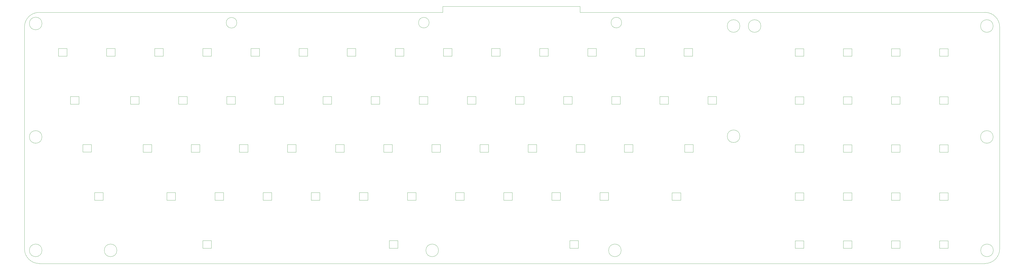
<source format=gbr>
%TF.GenerationSoftware,KiCad,Pcbnew,9.0.4*%
%TF.CreationDate,2025-10-14T21:42:09+02:00*%
%TF.ProjectId,petkn,7065746b-6e2e-46b6-9963-61645f706362,rev?*%
%TF.SameCoordinates,Original*%
%TF.FileFunction,Profile,NP*%
%FSLAX46Y46*%
G04 Gerber Fmt 4.6, Leading zero omitted, Abs format (unit mm)*
G04 Created by KiCad (PCBNEW 9.0.4) date 2025-10-14 21:42:09*
%MOMM*%
%LPD*%
G01*
G04 APERTURE LIST*
%TA.AperFunction,Profile*%
%ADD10C,0.050000*%
%TD*%
G04 APERTURE END LIST*
D10*
X253515500Y-143000000D02*
G75*
G02*
X248515500Y-143000000I-2500000J0D01*
G01*
X248515500Y-143000000D02*
G75*
G02*
X253515500Y-143000000I2500000J0D01*
G01*
X24217000Y-143000000D02*
G75*
G02*
X19217000Y-143000000I-2500000J0D01*
G01*
X19217000Y-143000000D02*
G75*
G02*
X24217000Y-143000000I2500000J0D01*
G01*
X400772000Y-54000000D02*
G75*
G02*
X395772000Y-54000000I-2500000J0D01*
G01*
X395772000Y-54000000D02*
G75*
G02*
X400772000Y-54000000I2500000J0D01*
G01*
X23114000Y-148209000D02*
G75*
G02*
X17272000Y-142367000I0J5842000D01*
G01*
X397510000Y-48577500D02*
G75*
G02*
X403352000Y-54419500I0J-5842000D01*
G01*
X308824000Y-54000000D02*
G75*
G02*
X303824000Y-54000000I-2500000J0D01*
G01*
X303824000Y-54000000D02*
G75*
G02*
X308824000Y-54000000I2500000J0D01*
G01*
X403352000Y-142367000D02*
G75*
G02*
X397510000Y-148209000I-5842000J0D01*
G01*
X53871500Y-143000000D02*
G75*
G02*
X48871500Y-143000000I-2500000J0D01*
G01*
X48871500Y-143000000D02*
G75*
G02*
X53871500Y-143000000I2500000J0D01*
G01*
X17272000Y-54419500D02*
G75*
G02*
X23114000Y-48577500I5842000J0D01*
G01*
X181189000Y-143000000D02*
G75*
G02*
X176189000Y-143000000I-2500000J0D01*
G01*
X176189000Y-143000000D02*
G75*
G02*
X181189000Y-143000000I2500000J0D01*
G01*
X400835500Y-143000000D02*
G75*
G02*
X395835500Y-143000000I-2500000J0D01*
G01*
X395835500Y-143000000D02*
G75*
G02*
X400835500Y-143000000I2500000J0D01*
G01*
X23114000Y-148209000D02*
X397510000Y-148209000D01*
X400772000Y-98000000D02*
G75*
G02*
X395772000Y-98000000I-2500000J0D01*
G01*
X395772000Y-98000000D02*
G75*
G02*
X400772000Y-98000000I2500000J0D01*
G01*
X24217000Y-53000000D02*
G75*
G02*
X19217000Y-53000000I-2500000J0D01*
G01*
X19217000Y-53000000D02*
G75*
G02*
X24217000Y-53000000I2500000J0D01*
G01*
X24217000Y-98000000D02*
G75*
G02*
X19217000Y-98000000I-2500000J0D01*
G01*
X19217000Y-98000000D02*
G75*
G02*
X24217000Y-98000000I2500000J0D01*
G01*
X23114000Y-48577500D02*
X182880000Y-48577500D01*
X403352000Y-54419500D02*
X403352000Y-142367000D01*
X17272000Y-54419500D02*
X17272000Y-142367000D01*
X300500000Y-97726500D02*
G75*
G02*
X295500000Y-97726500I-2500000J0D01*
G01*
X295500000Y-97726500D02*
G75*
G02*
X300500000Y-97726500I2500000J0D01*
G01*
X300500000Y-54000000D02*
G75*
G02*
X295500000Y-54000000I-2500000J0D01*
G01*
X295500000Y-54000000D02*
G75*
G02*
X300500000Y-54000000I2500000J0D01*
G01*
X177482853Y-52666500D02*
G75*
G02*
X173280147Y-52666500I-2101353J0D01*
G01*
X173280147Y-52666500D02*
G75*
G02*
X177482853Y-52666500I2101353J0D01*
G01*
X101351853Y-52705000D02*
G75*
G02*
X97149147Y-52705000I-2101353J0D01*
G01*
X97149147Y-52705000D02*
G75*
G02*
X101351853Y-52705000I2101353J0D01*
G01*
X182880000Y-48577500D02*
X182880000Y-46228000D01*
X237236000Y-48564800D02*
X397510000Y-48577500D01*
X182880000Y-46228000D02*
X237236000Y-46228000D01*
X253688353Y-52641500D02*
G75*
G02*
X249485647Y-52641500I-2101353J0D01*
G01*
X249485647Y-52641500D02*
G75*
G02*
X253688353Y-52641500I2101353J0D01*
G01*
X237236000Y-46228000D02*
X237236000Y-48564800D01*
%TO.C,SW5*%
X268793800Y-81990500D02*
X272193800Y-81990500D01*
X268793800Y-84990500D02*
X268793800Y-81990500D01*
X272193800Y-81990500D02*
X272193800Y-84990500D01*
X272193800Y-84990500D02*
X268793800Y-84990500D01*
%TO.C,SW11*%
X273657800Y-120105500D02*
X277057800Y-120105500D01*
X273657800Y-123105500D02*
X273657800Y-120105500D01*
X277057800Y-120105500D02*
X277057800Y-123105500D01*
X277057800Y-123105500D02*
X273657800Y-123105500D01*
%TO.C,SW12*%
X287843800Y-81990500D02*
X291243800Y-81990500D01*
X287843800Y-84990500D02*
X287843800Y-81990500D01*
X291243800Y-81990500D02*
X291243800Y-84990500D01*
X291243800Y-84990500D02*
X287843800Y-84990500D01*
%TO.C,SW14*%
X278318800Y-62940500D02*
X281718800Y-62940500D01*
X278318800Y-65940500D02*
X278318800Y-62940500D01*
X281718800Y-62940500D02*
X281718800Y-65940500D01*
X281718800Y-65940500D02*
X278318800Y-65940500D01*
%TO.C,SW15*%
X30668800Y-62940500D02*
X34068800Y-62940500D01*
X30668800Y-65940500D02*
X30668800Y-62940500D01*
X34068800Y-62940500D02*
X34068800Y-65940500D01*
X34068800Y-65940500D02*
X30668800Y-65940500D01*
%TO.C,SW20*%
X245044800Y-120090500D02*
X248444800Y-120090500D01*
X245044800Y-123090500D02*
X245044800Y-120090500D01*
X248444800Y-120090500D02*
X248444800Y-123090500D01*
X248444800Y-123090500D02*
X245044800Y-123090500D01*
%TO.C,SW21*%
X206944800Y-120090500D02*
X210344800Y-120090500D01*
X206944800Y-123090500D02*
X206944800Y-120090500D01*
X210344800Y-120090500D02*
X210344800Y-123090500D01*
X210344800Y-123090500D02*
X206944800Y-123090500D01*
%TO.C,SW22*%
X168844800Y-120090500D02*
X172244800Y-120090500D01*
X168844800Y-123090500D02*
X168844800Y-120090500D01*
X172244800Y-120090500D02*
X172244800Y-123090500D01*
X172244800Y-123090500D02*
X168844800Y-123090500D01*
%TO.C,SW23*%
X130744800Y-120090500D02*
X134144800Y-120090500D01*
X130744800Y-123090500D02*
X130744800Y-120090500D01*
X134144800Y-120090500D02*
X134144800Y-123090500D01*
X134144800Y-123090500D02*
X130744800Y-123090500D01*
%TO.C,SW24*%
X92644800Y-120090500D02*
X96044800Y-120090500D01*
X92644800Y-123090500D02*
X92644800Y-120090500D01*
X96044800Y-120090500D02*
X96044800Y-123090500D01*
X96044800Y-123090500D02*
X92644800Y-123090500D01*
%TO.C,SW27*%
X278572800Y-101040500D02*
X281972800Y-101040500D01*
X278572800Y-104040500D02*
X278572800Y-101040500D01*
X281972800Y-101040500D02*
X281972800Y-104040500D01*
X281972800Y-104040500D02*
X278572800Y-104040500D01*
%TO.C,SW28*%
X225994800Y-120090500D02*
X229394800Y-120090500D01*
X225994800Y-123090500D02*
X225994800Y-120090500D01*
X229394800Y-120090500D02*
X229394800Y-123090500D01*
X229394800Y-123090500D02*
X225994800Y-123090500D01*
%TO.C,SW29*%
X187894800Y-120090500D02*
X191294800Y-120090500D01*
X187894800Y-123090500D02*
X187894800Y-120090500D01*
X191294800Y-120090500D02*
X191294800Y-123090500D01*
X191294800Y-123090500D02*
X187894800Y-123090500D01*
%TO.C,SW30*%
X149794800Y-120090500D02*
X153194800Y-120090500D01*
X149794800Y-123090500D02*
X149794800Y-120090500D01*
X153194800Y-120090500D02*
X153194800Y-123090500D01*
X153194800Y-123090500D02*
X149794800Y-123090500D01*
%TO.C,SW32*%
X73594800Y-120090500D02*
X76994800Y-120090500D01*
X73594800Y-123090500D02*
X73594800Y-120090500D01*
X76994800Y-120090500D02*
X76994800Y-123090500D01*
X76994800Y-123090500D02*
X73594800Y-123090500D01*
%TO.C,SW36*%
X235646800Y-101040500D02*
X239046800Y-101040500D01*
X235646800Y-104040500D02*
X235646800Y-101040500D01*
X239046800Y-101040500D02*
X239046800Y-104040500D01*
X239046800Y-104040500D02*
X235646800Y-104040500D01*
%TO.C,SW40*%
X83246800Y-101040500D02*
X86646800Y-101040500D01*
X83246800Y-104040500D02*
X83246800Y-101040500D01*
X86646800Y-101040500D02*
X86646800Y-104040500D01*
X86646800Y-104040500D02*
X83246800Y-104040500D01*
%TO.C,SW44*%
X216596800Y-101040500D02*
X219996800Y-101040500D01*
X216596800Y-104040500D02*
X216596800Y-101040500D01*
X219996800Y-101040500D02*
X219996800Y-104040500D01*
X219996800Y-104040500D02*
X216596800Y-104040500D01*
%TO.C,SW47*%
X102296800Y-101040500D02*
X105696800Y-101040500D01*
X102296800Y-104040500D02*
X102296800Y-101040500D01*
X105696800Y-101040500D02*
X105696800Y-104040500D01*
X105696800Y-104040500D02*
X102296800Y-104040500D01*
%TO.C,SW52*%
X230693800Y-81990500D02*
X234093800Y-81990500D01*
X230693800Y-84990500D02*
X230693800Y-81990500D01*
X234093800Y-81990500D02*
X234093800Y-84990500D01*
X234093800Y-84990500D02*
X230693800Y-84990500D01*
%TO.C,SW53*%
X192593800Y-81990500D02*
X195993800Y-81990500D01*
X192593800Y-84990500D02*
X192593800Y-81990500D01*
X195993800Y-81990500D02*
X195993800Y-84990500D01*
X195993800Y-84990500D02*
X192593800Y-84990500D01*
%TO.C,SW55*%
X116393800Y-81990500D02*
X119793800Y-81990500D01*
X116393800Y-84990500D02*
X116393800Y-81990500D01*
X119793800Y-81990500D02*
X119793800Y-84990500D01*
X119793800Y-84990500D02*
X116393800Y-84990500D01*
%TO.C,SW56*%
X78293800Y-81990500D02*
X81693800Y-81990500D01*
X78293800Y-84990500D02*
X78293800Y-81990500D01*
X81693800Y-81990500D02*
X81693800Y-84990500D01*
X81693800Y-84990500D02*
X78293800Y-84990500D01*
%TO.C,SW59*%
X249743800Y-81990500D02*
X253143800Y-81990500D01*
X249743800Y-84990500D02*
X249743800Y-81990500D01*
X253143800Y-81990500D02*
X253143800Y-84990500D01*
X253143800Y-84990500D02*
X249743800Y-84990500D01*
%TO.C,SW60*%
X211643800Y-81990500D02*
X215043800Y-81990500D01*
X211643800Y-84990500D02*
X211643800Y-81990500D01*
X215043800Y-81990500D02*
X215043800Y-84990500D01*
X215043800Y-84990500D02*
X211643800Y-84990500D01*
%TO.C,SW61*%
X173543800Y-81990500D02*
X176943800Y-81990500D01*
X173543800Y-84990500D02*
X173543800Y-81990500D01*
X176943800Y-81990500D02*
X176943800Y-84990500D01*
X176943800Y-84990500D02*
X173543800Y-84990500D01*
%TO.C,SW62*%
X135443800Y-81990500D02*
X138843800Y-81990500D01*
X135443800Y-84990500D02*
X135443800Y-81990500D01*
X138843800Y-81990500D02*
X138843800Y-84990500D01*
X138843800Y-84990500D02*
X135443800Y-84990500D01*
%TO.C,SW63*%
X97343800Y-81990500D02*
X100743800Y-81990500D01*
X97343800Y-84990500D02*
X97343800Y-81990500D01*
X100743800Y-81990500D02*
X100743800Y-84990500D01*
X100743800Y-84990500D02*
X97343800Y-84990500D01*
%TO.C,SW70*%
X144968800Y-62940500D02*
X148368800Y-62940500D01*
X144968800Y-65940500D02*
X144968800Y-62940500D01*
X148368800Y-62940500D02*
X148368800Y-65940500D01*
X148368800Y-65940500D02*
X144968800Y-65940500D01*
%TO.C,SW75*%
X240218800Y-62940500D02*
X243618800Y-62940500D01*
X240218800Y-65940500D02*
X240218800Y-62940500D01*
X243618800Y-62940500D02*
X243618800Y-65940500D01*
X243618800Y-65940500D02*
X240218800Y-65940500D01*
%TO.C,SW77*%
X164018800Y-62940500D02*
X167418800Y-62940500D01*
X164018800Y-65940500D02*
X164018800Y-62940500D01*
X167418800Y-62940500D02*
X167418800Y-65940500D01*
X167418800Y-65940500D02*
X164018800Y-65940500D01*
%TO.C,SW78*%
X125918800Y-62940500D02*
X129318800Y-62940500D01*
X125918800Y-65940500D02*
X125918800Y-62940500D01*
X129318800Y-62940500D02*
X129318800Y-65940500D01*
X129318800Y-65940500D02*
X125918800Y-65940500D01*
%TO.C,SW64*%
X59243800Y-81990500D02*
X62643800Y-81990500D01*
X59243800Y-84990500D02*
X59243800Y-81990500D01*
X62643800Y-81990500D02*
X62643800Y-84990500D01*
X62643800Y-84990500D02*
X59243800Y-84990500D01*
%TO.C,SW16*%
X45019800Y-120090500D02*
X48419800Y-120090500D01*
X45019800Y-123090500D02*
X45019800Y-120090500D01*
X48419800Y-120090500D02*
X48419800Y-123090500D01*
X48419800Y-123090500D02*
X45019800Y-123090500D01*
%TO.C,SW68*%
X221168800Y-62940500D02*
X224568800Y-62940500D01*
X221168800Y-65940500D02*
X221168800Y-62940500D01*
X224568800Y-62940500D02*
X224568800Y-65940500D01*
X224568800Y-65940500D02*
X221168800Y-65940500D01*
%TO.C,SW4*%
X254696800Y-101040500D02*
X258096800Y-101040500D01*
X254696800Y-104040500D02*
X254696800Y-101040500D01*
X258096800Y-101040500D02*
X258096800Y-104040500D01*
X258096800Y-104040500D02*
X254696800Y-104040500D01*
%TO.C,SW79*%
X87818800Y-62940500D02*
X91218800Y-62940500D01*
X87818800Y-65940500D02*
X87818800Y-62940500D01*
X91218800Y-62940500D02*
X91218800Y-65940500D01*
X91218800Y-65940500D02*
X87818800Y-65940500D01*
%TO.C,SW71*%
X106868800Y-62940500D02*
X110268800Y-62940500D01*
X106868800Y-65940500D02*
X106868800Y-62940500D01*
X110268800Y-62940500D02*
X110268800Y-65940500D01*
X110268800Y-65940500D02*
X106868800Y-65940500D01*
%TO.C,SW72*%
X68768800Y-62940500D02*
X72168800Y-62940500D01*
X68768800Y-65940500D02*
X68768800Y-62940500D01*
X72168800Y-62940500D02*
X72168800Y-65940500D01*
X72168800Y-65940500D02*
X68768800Y-65940500D01*
%TO.C,SW80*%
X49718800Y-62940500D02*
X53118800Y-62940500D01*
X49718800Y-65940500D02*
X49718800Y-62940500D01*
X53118800Y-62940500D02*
X53118800Y-65940500D01*
X53118800Y-65940500D02*
X49718800Y-65940500D01*
%TO.C,SW8*%
X35431300Y-81990500D02*
X38831300Y-81990500D01*
X35431300Y-84990500D02*
X35431300Y-81990500D01*
X38831300Y-81990500D02*
X38831300Y-84990500D01*
X38831300Y-84990500D02*
X35431300Y-84990500D01*
%TO.C,SW7*%
X259268800Y-62940500D02*
X262668800Y-62940500D01*
X259268800Y-65940500D02*
X259268800Y-62940500D01*
X262668800Y-62940500D02*
X262668800Y-65940500D01*
X262668800Y-65940500D02*
X259268800Y-65940500D01*
%TO.C,SW39*%
X121346800Y-101040500D02*
X124746800Y-101040500D01*
X121346800Y-104040500D02*
X121346800Y-101040500D01*
X124746800Y-101040500D02*
X124746800Y-104040500D01*
X124746800Y-104040500D02*
X121346800Y-104040500D01*
%TO.C,SW37*%
X197546800Y-101040500D02*
X200946800Y-101040500D01*
X197546800Y-104040500D02*
X197546800Y-101040500D01*
X200946800Y-101040500D02*
X200946800Y-104040500D01*
X200946800Y-104040500D02*
X197546800Y-104040500D01*
%TO.C,SW38*%
X159446800Y-101040500D02*
X162846800Y-101040500D01*
X159446800Y-104040500D02*
X159446800Y-101040500D01*
X162846800Y-101040500D02*
X162846800Y-104040500D01*
X162846800Y-104040500D02*
X159446800Y-104040500D01*
%TO.C,SW46*%
X140396800Y-101040500D02*
X143796800Y-101040500D01*
X140396800Y-104040500D02*
X140396800Y-101040500D01*
X143796800Y-101040500D02*
X143796800Y-104040500D01*
X143796800Y-104040500D02*
X140396800Y-104040500D01*
%TO.C,SW45*%
X178496800Y-101040500D02*
X181896800Y-101040500D01*
X178496800Y-104040500D02*
X178496800Y-101040500D01*
X181896800Y-101040500D02*
X181896800Y-104040500D01*
X181896800Y-104040500D02*
X178496800Y-104040500D01*
%TO.C,SW31*%
X111694800Y-120090500D02*
X115094800Y-120090500D01*
X111694800Y-123090500D02*
X111694800Y-120090500D01*
X115094800Y-120090500D02*
X115094800Y-123090500D01*
X115094800Y-123090500D02*
X111694800Y-123090500D01*
%TO.C,SW67*%
X87882300Y-139140500D02*
X91282300Y-139140500D01*
X87882300Y-142140500D02*
X87882300Y-139140500D01*
X91282300Y-139140500D02*
X91282300Y-142140500D01*
X91282300Y-142140500D02*
X87882300Y-142140500D01*
%TO.C,SW48*%
X64196800Y-101040500D02*
X67596800Y-101040500D01*
X64196800Y-104040500D02*
X64196800Y-101040500D01*
X67596800Y-101040500D02*
X67596800Y-104040500D01*
X67596800Y-104040500D02*
X64196800Y-104040500D01*
%TO.C,SW54*%
X154493800Y-81990500D02*
X157893800Y-81990500D01*
X154493800Y-84990500D02*
X154493800Y-81990500D01*
X157893800Y-81990500D02*
X157893800Y-84990500D01*
X157893800Y-84990500D02*
X154493800Y-84990500D01*
%TO.C,SW320*%
X40320800Y-100977000D02*
X43720800Y-100977000D01*
X40320800Y-103977000D02*
X40320800Y-100977000D01*
X43720800Y-100977000D02*
X43720800Y-103977000D01*
X43720800Y-103977000D02*
X40320800Y-103977000D01*
%TO.C,SW76*%
X202118800Y-62940500D02*
X205518800Y-62940500D01*
X202118800Y-65940500D02*
X202118800Y-62940500D01*
X205518800Y-62940500D02*
X205518800Y-65940500D01*
X205518800Y-65940500D02*
X202118800Y-65940500D01*
%TO.C,SW69*%
X183068800Y-62940500D02*
X186468800Y-62940500D01*
X183068800Y-65940500D02*
X183068800Y-62940500D01*
X186468800Y-62940500D02*
X186468800Y-65940500D01*
X186468800Y-65940500D02*
X183068800Y-65940500D01*
%TO.C,SW3*%
X233106800Y-139140500D02*
X236506800Y-139140500D01*
X233106800Y-142140500D02*
X233106800Y-139140500D01*
X236506800Y-139140500D02*
X236506800Y-142140500D01*
X236506800Y-142140500D02*
X233106800Y-142140500D01*
%TO.C,SW6*%
X161694800Y-139140500D02*
X165094800Y-139140500D01*
X161694800Y-142140500D02*
X161694800Y-139140500D01*
X165094800Y-139140500D02*
X165094800Y-142140500D01*
X165094800Y-142140500D02*
X161694800Y-142140500D01*
%TO.C,SW66*%
X341437800Y-62953200D02*
X344837800Y-62953200D01*
X341437800Y-65953200D02*
X341437800Y-62953200D01*
X344837800Y-62953200D02*
X344837800Y-65953200D01*
X344837800Y-65953200D02*
X341437800Y-65953200D01*
%TO.C,SW74*%
X322387800Y-62953200D02*
X325787800Y-62953200D01*
X322387800Y-65953200D02*
X322387800Y-62953200D01*
X325787800Y-62953200D02*
X325787800Y-65953200D01*
X325787800Y-65953200D02*
X322387800Y-65953200D01*
%TO.C,SW58*%
X322387800Y-82003200D02*
X325787800Y-82003200D01*
X322387800Y-85003200D02*
X322387800Y-82003200D01*
X325787800Y-82003200D02*
X325787800Y-85003200D01*
X325787800Y-85003200D02*
X322387800Y-85003200D01*
%TO.C,SW65*%
X379537800Y-62953200D02*
X382937800Y-62953200D01*
X379537800Y-65953200D02*
X379537800Y-62953200D01*
X382937800Y-62953200D02*
X382937800Y-65953200D01*
X382937800Y-65953200D02*
X379537800Y-65953200D01*
%TO.C,SW73*%
X360487800Y-62953200D02*
X363887800Y-62953200D01*
X360487800Y-65953200D02*
X360487800Y-62953200D01*
X363887800Y-62953200D02*
X363887800Y-65953200D01*
X363887800Y-65953200D02*
X360487800Y-65953200D01*
%TO.C,SW50*%
X341437800Y-82003200D02*
X344837800Y-82003200D01*
X341437800Y-85003200D02*
X341437800Y-82003200D01*
X344837800Y-82003200D02*
X344837800Y-85003200D01*
X344837800Y-85003200D02*
X341437800Y-85003200D01*
%TO.C,SW10*%
X322387800Y-139153200D02*
X325787800Y-139153200D01*
X322387800Y-142153200D02*
X322387800Y-139153200D01*
X325787800Y-139153200D02*
X325787800Y-142153200D01*
X325787800Y-142153200D02*
X322387800Y-142153200D01*
%TO.C,SW41*%
X360487800Y-101053200D02*
X363887800Y-101053200D01*
X360487800Y-104053200D02*
X360487800Y-101053200D01*
X363887800Y-101053200D02*
X363887800Y-104053200D01*
X363887800Y-104053200D02*
X360487800Y-104053200D01*
%TO.C,SW33*%
X379537800Y-101053200D02*
X382937800Y-101053200D01*
X379537800Y-104053200D02*
X379537800Y-101053200D01*
X382937800Y-101053200D02*
X382937800Y-104053200D01*
X382937800Y-104053200D02*
X379537800Y-104053200D01*
%TO.C,SW25*%
X360487800Y-120103200D02*
X363887800Y-120103200D01*
X360487800Y-123103200D02*
X360487800Y-120103200D01*
X363887800Y-120103200D02*
X363887800Y-123103200D01*
X363887800Y-123103200D02*
X360487800Y-123103200D01*
%TO.C,SW17*%
X379537800Y-120103200D02*
X382937800Y-120103200D01*
X379537800Y-123103200D02*
X379537800Y-120103200D01*
X382937800Y-120103200D02*
X382937800Y-123103200D01*
X382937800Y-123103200D02*
X379537800Y-123103200D01*
%TO.C,SW26*%
X322387800Y-120103200D02*
X325787800Y-120103200D01*
X322387800Y-123103200D02*
X322387800Y-120103200D01*
X325787800Y-120103200D02*
X325787800Y-123103200D01*
X325787800Y-123103200D02*
X322387800Y-123103200D01*
%TO.C,SW57*%
X360487800Y-82003200D02*
X363887800Y-82003200D01*
X360487800Y-85003200D02*
X360487800Y-82003200D01*
X363887800Y-82003200D02*
X363887800Y-85003200D01*
X363887800Y-85003200D02*
X360487800Y-85003200D01*
%TO.C,SW42*%
X322387800Y-101053200D02*
X325787800Y-101053200D01*
X322387800Y-104053200D02*
X322387800Y-101053200D01*
X325787800Y-101053200D02*
X325787800Y-104053200D01*
X325787800Y-104053200D02*
X322387800Y-104053200D01*
%TO.C,SW34*%
X341437800Y-101053200D02*
X344837800Y-101053200D01*
X341437800Y-104053200D02*
X341437800Y-101053200D01*
X344837800Y-101053200D02*
X344837800Y-104053200D01*
X344837800Y-104053200D02*
X341437800Y-104053200D01*
%TO.C,SW9*%
X360487800Y-139153200D02*
X363887800Y-139153200D01*
X360487800Y-142153200D02*
X360487800Y-139153200D01*
X363887800Y-139153200D02*
X363887800Y-142153200D01*
X363887800Y-142153200D02*
X360487800Y-142153200D01*
%TO.C,SW18*%
X341437800Y-120103200D02*
X344837800Y-120103200D01*
X341437800Y-123103200D02*
X341437800Y-120103200D01*
X344837800Y-120103200D02*
X344837800Y-123103200D01*
X344837800Y-123103200D02*
X341437800Y-123103200D01*
%TO.C,SW49*%
X379537800Y-82003200D02*
X382937800Y-82003200D01*
X379537800Y-85003200D02*
X379537800Y-82003200D01*
X382937800Y-82003200D02*
X382937800Y-85003200D01*
X382937800Y-85003200D02*
X379537800Y-85003200D01*
%TO.C,SW1*%
X379537800Y-139153200D02*
X382937800Y-139153200D01*
X379537800Y-142153200D02*
X379537800Y-139153200D01*
X382937800Y-139153200D02*
X382937800Y-142153200D01*
X382937800Y-142153200D02*
X379537800Y-142153200D01*
%TO.C,SW2*%
X341437800Y-139153200D02*
X344837800Y-139153200D01*
X341437800Y-142153200D02*
X341437800Y-139153200D01*
X344837800Y-139153200D02*
X344837800Y-142153200D01*
X344837800Y-142153200D02*
X341437800Y-142153200D01*
%TD*%
M02*

</source>
